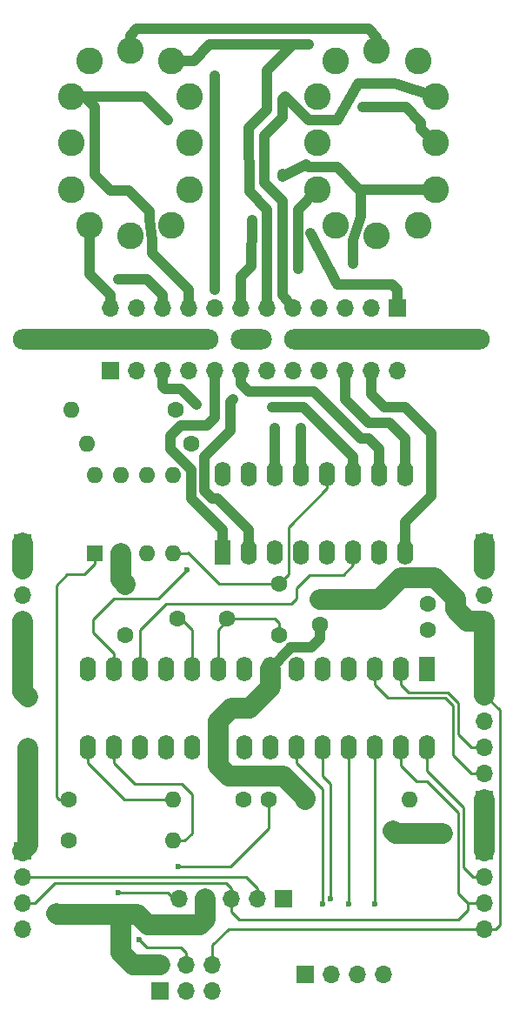
<source format=gtl>
G04 #@! TF.FileFunction,Copper,L1,Top,Signal*
%FSLAX46Y46*%
G04 Gerber Fmt 4.6, Leading zero omitted, Abs format (unit mm)*
G04 Created by KiCad (PCBNEW 4.0.7) date 10/16/17 21:23:38*
%MOMM*%
%LPD*%
G01*
G04 APERTURE LIST*
%ADD10C,0.100000*%
%ADD11R,1.600000X1.600000*%
%ADD12O,1.600000X1.600000*%
%ADD13C,1.600000*%
%ADD14R,1.700000X1.700000*%
%ADD15O,1.700000X1.700000*%
%ADD16R,1.600000X2.400000*%
%ADD17O,1.600000X2.400000*%
%ADD18C,2.600000*%
%ADD19O,20.000000X2.000000*%
%ADD20O,4.000000X2.000000*%
%ADD21C,0.600000*%
%ADD22C,1.000000*%
%ADD23C,2.000000*%
%ADD24C,0.250000*%
G04 APERTURE END LIST*
D10*
D11*
X143556000Y-98090000D03*
D12*
X151176000Y-90470000D03*
X146096000Y-98090000D03*
X148636000Y-90470000D03*
X148636000Y-98090000D03*
X146096000Y-90470000D03*
X151176000Y-98090000D03*
X143556000Y-90470000D03*
D13*
X165500000Y-105000000D03*
X165500000Y-102500000D03*
X176000000Y-103000000D03*
X176000000Y-105500000D03*
X137000000Y-117000000D03*
X137000000Y-112000000D03*
X158000000Y-122000000D03*
X160500000Y-122000000D03*
X161500000Y-101000000D03*
X161500000Y-106000000D03*
X146500000Y-101000000D03*
X146500000Y-106000000D03*
D14*
X181500000Y-127000000D03*
D15*
X181500000Y-129540000D03*
X181500000Y-132080000D03*
X181500000Y-134620000D03*
D14*
X181500000Y-122000000D03*
D15*
X181500000Y-119460000D03*
X181500000Y-116920000D03*
X181500000Y-114380000D03*
X181500000Y-111840000D03*
D14*
X136500000Y-127000000D03*
D15*
X136500000Y-129540000D03*
X136500000Y-132080000D03*
X136500000Y-134620000D03*
D14*
X149906000Y-140635000D03*
D15*
X149906000Y-138095000D03*
X152446000Y-140635000D03*
X152446000Y-138095000D03*
X154986000Y-140635000D03*
X154986000Y-138095000D03*
D14*
X164000000Y-139000000D03*
D15*
X166540000Y-139000000D03*
X169080000Y-139000000D03*
X171620000Y-139000000D03*
D14*
X181500000Y-97000000D03*
D15*
X181500000Y-99540000D03*
X181500000Y-102080000D03*
X181500000Y-104620000D03*
X181500000Y-107160000D03*
D14*
X136500000Y-97000000D03*
D15*
X136500000Y-99540000D03*
X136500000Y-102080000D03*
X136500000Y-104620000D03*
X136500000Y-107160000D03*
D13*
X164000000Y-122000000D03*
D12*
X174160000Y-122000000D03*
D13*
X141000000Y-122000000D03*
D12*
X151160000Y-122000000D03*
D13*
X151430000Y-84120000D03*
D12*
X141270000Y-84120000D03*
D13*
X141000000Y-126000000D03*
D12*
X151160000Y-126000000D03*
D13*
X152954000Y-87422000D03*
D12*
X142794000Y-87422000D03*
D16*
X175846000Y-109298000D03*
D17*
X142826000Y-116918000D03*
X173306000Y-109298000D03*
X145366000Y-116918000D03*
X170766000Y-109298000D03*
X147906000Y-116918000D03*
X168226000Y-109298000D03*
X150446000Y-116918000D03*
X165686000Y-109298000D03*
X152986000Y-116918000D03*
X163146000Y-109298000D03*
X155526000Y-116918000D03*
X160606000Y-109298000D03*
X158066000Y-116918000D03*
X158066000Y-109298000D03*
X160606000Y-116918000D03*
X155526000Y-109298000D03*
X163146000Y-116918000D03*
X152986000Y-109298000D03*
X165686000Y-116918000D03*
X150446000Y-109298000D03*
X168226000Y-116918000D03*
X147906000Y-109298000D03*
X170766000Y-116918000D03*
X145366000Y-109298000D03*
X173306000Y-116918000D03*
X142826000Y-109298000D03*
X175846000Y-116918000D03*
D16*
X156000000Y-98000000D03*
D17*
X173780000Y-90380000D03*
X158540000Y-98000000D03*
X171240000Y-90380000D03*
X161080000Y-98000000D03*
X168700000Y-90380000D03*
X163620000Y-98000000D03*
X166160000Y-90380000D03*
X166160000Y-98000000D03*
X163620000Y-90380000D03*
X168700000Y-98000000D03*
X161080000Y-90380000D03*
X171240000Y-98000000D03*
X158540000Y-90380000D03*
X173780000Y-98000000D03*
X156000000Y-90380000D03*
D18*
X147000000Y-67126000D03*
X143000000Y-66126000D03*
X141250000Y-62626000D03*
X141250000Y-58126000D03*
X141250000Y-53626000D03*
X143000000Y-50126000D03*
X147000000Y-49126000D03*
X151000000Y-50126000D03*
X152750000Y-53626000D03*
X152750000Y-58126000D03*
X152750000Y-62626000D03*
X151000000Y-66126000D03*
X171000000Y-67126000D03*
X167000000Y-66126000D03*
X165250000Y-62626000D03*
X165250000Y-58126000D03*
X165250000Y-53626000D03*
X167000000Y-50126000D03*
X171000000Y-49126000D03*
X175000000Y-50126000D03*
X176750000Y-53626000D03*
X176750000Y-58126000D03*
X176750000Y-62626000D03*
X175000000Y-66126000D03*
D13*
X151600000Y-104400000D03*
X156400000Y-104400000D03*
D14*
X161876000Y-131650000D03*
D15*
X159336000Y-131650000D03*
X156796000Y-131650000D03*
X154256000Y-131650000D03*
X151716000Y-131650000D03*
D14*
X145080000Y-80310000D03*
D15*
X147620000Y-80310000D03*
X150160000Y-80310000D03*
X152700000Y-80310000D03*
X155240000Y-80310000D03*
X157780000Y-80310000D03*
X160320000Y-80310000D03*
X162860000Y-80310000D03*
X165400000Y-80310000D03*
X167940000Y-80310000D03*
X170480000Y-80310000D03*
X173020000Y-80310000D03*
D14*
X173020000Y-74214000D03*
D15*
X170480000Y-74214000D03*
X167940000Y-74214000D03*
X165400000Y-74214000D03*
X162860000Y-74214000D03*
X160320000Y-74214000D03*
X157780000Y-74214000D03*
X155240000Y-74214000D03*
X152700000Y-74214000D03*
X150160000Y-74214000D03*
X147620000Y-74214000D03*
X145080000Y-74214000D03*
D19*
X145588000Y-77262000D03*
X172004000Y-77262000D03*
D20*
X158796000Y-77262000D03*
D21*
X139778000Y-133080000D03*
X177370000Y-125300000D03*
X172544000Y-125046000D03*
X151684000Y-128570000D03*
X145842000Y-131110000D03*
X147874000Y-135682000D03*
X165686000Y-132158000D03*
X166448000Y-131650000D03*
X168226000Y-132158000D03*
X170766000Y-132158000D03*
X152478000Y-99646000D03*
X153462000Y-83612000D03*
X157018000Y-83104000D03*
X160828000Y-83866000D03*
X161082000Y-85898000D03*
X163622000Y-85898000D03*
X164576000Y-66868000D03*
X168702000Y-69896000D03*
X161826000Y-61118000D03*
X169576000Y-54618000D03*
X162098000Y-53640000D03*
X164384000Y-48560000D03*
X158826000Y-65618000D03*
X155240000Y-72436000D03*
X155240000Y-51608000D03*
X150668000Y-55926000D03*
X145842000Y-71420000D03*
X163326000Y-70368000D03*
D22*
X164130000Y-107234000D02*
X164638000Y-107234000D01*
X164130000Y-107234000D02*
X162606000Y-107234000D01*
X160606000Y-109298000D02*
X162606000Y-107298000D01*
X162606000Y-107234000D02*
X162606000Y-107298000D01*
X164638000Y-107234000D02*
X165500000Y-106372000D01*
X165500000Y-105000000D02*
X165500000Y-106372000D01*
D23*
X139872000Y-133174000D02*
X146318000Y-133174000D01*
X139778000Y-133080000D02*
X139872000Y-133174000D01*
X147652000Y-133174000D02*
X146318000Y-133174000D01*
X148668000Y-134190000D02*
X147652000Y-133174000D01*
X153748000Y-134190000D02*
X148668000Y-134190000D01*
X154256000Y-133682000D02*
X153748000Y-134190000D01*
X154256000Y-131650000D02*
X154256000Y-133682000D01*
X147239000Y-138095000D02*
X146096000Y-136952000D01*
X147239000Y-138095000D02*
X149906000Y-138095000D01*
X146096000Y-133396000D02*
X146096000Y-136952000D01*
X146318000Y-133174000D02*
X146096000Y-133396000D01*
X172798000Y-125300000D02*
X177370000Y-125300000D01*
X172544000Y-125046000D02*
X172798000Y-125300000D01*
X181500000Y-122000000D02*
X181500000Y-127000000D01*
X137000000Y-117000000D02*
X137000000Y-126500000D01*
X137000000Y-126500000D02*
X136500000Y-127000000D01*
X164000000Y-122000000D02*
X164000000Y-121836000D01*
X164000000Y-121836000D02*
X161876000Y-119712000D01*
X161876000Y-119712000D02*
X156542000Y-119712000D01*
X156542000Y-119712000D02*
X155526000Y-118696000D01*
X155526000Y-118696000D02*
X155526000Y-116918000D01*
X160606000Y-109298000D02*
X160606000Y-111076000D01*
X155526000Y-114378000D02*
X155526000Y-116918000D01*
X156796000Y-113108000D02*
X155526000Y-114378000D01*
X158574000Y-113108000D02*
X156796000Y-113108000D01*
X160606000Y-111076000D02*
X158574000Y-113108000D01*
D24*
X160500000Y-122000000D02*
X160500000Y-124834000D01*
X156764000Y-128570000D02*
X151684000Y-128570000D01*
X160500000Y-124834000D02*
X156764000Y-128570000D01*
X150668000Y-131110000D02*
X151208000Y-131650000D01*
X145842000Y-131110000D02*
X150668000Y-131110000D01*
X151208000Y-131650000D02*
X151716000Y-131650000D01*
X154986000Y-138095000D02*
X154986000Y-136190000D01*
X154986000Y-136190000D02*
X156556000Y-134620000D01*
X156556000Y-134620000D02*
X157382000Y-134620000D01*
X157382000Y-134620000D02*
X181500000Y-134620000D01*
X152700000Y-98090000D02*
X151176000Y-98090000D01*
D23*
X146096000Y-98090000D02*
X146096000Y-100596000D01*
X146096000Y-100596000D02*
X146500000Y-101000000D01*
D24*
X166160000Y-90380000D02*
X166160000Y-91738000D01*
X162384000Y-100116000D02*
X161500000Y-101000000D01*
X162384000Y-95514000D02*
X162384000Y-100116000D01*
X166160000Y-91738000D02*
X162384000Y-95514000D01*
D23*
X165500000Y-102500000D02*
X171214000Y-102500000D01*
X179804000Y-104620000D02*
X181500000Y-104620000D01*
X178640000Y-103456000D02*
X179804000Y-104620000D01*
X178640000Y-102440000D02*
X178640000Y-103456000D01*
X176608000Y-100408000D02*
X178640000Y-102440000D01*
X173306000Y-100408000D02*
X176608000Y-100408000D01*
X171214000Y-102500000D02*
X173306000Y-100408000D01*
D24*
X155610000Y-101000000D02*
X161500000Y-101000000D01*
X152610000Y-98000000D02*
X152700000Y-98090000D01*
X152700000Y-98090000D02*
X155610000Y-101000000D01*
D23*
X146500000Y-101114998D02*
X146500000Y-101000000D01*
X136500000Y-107160000D02*
X136500000Y-104620000D01*
X181500000Y-107160000D02*
X181500000Y-111840000D01*
X181500000Y-104620000D02*
X181500000Y-107160000D01*
D24*
X181500000Y-134620000D02*
X182528000Y-134620000D01*
X182528000Y-134620000D02*
X182958000Y-134190000D01*
X182958000Y-134190000D02*
X182958000Y-113298000D01*
X182958000Y-113298000D02*
X181500000Y-111840000D01*
D23*
X136500000Y-107160000D02*
X136500000Y-111500000D01*
X136500000Y-111500000D02*
X137000000Y-112000000D01*
D24*
X156400000Y-104400000D02*
X161042000Y-104400000D01*
X161500000Y-104858000D02*
X161500000Y-106000000D01*
X161042000Y-104400000D02*
X161500000Y-104858000D01*
X156400000Y-104400000D02*
X156400000Y-104614000D01*
X156400000Y-104614000D02*
X155526000Y-105488000D01*
X155526000Y-105488000D02*
X155526000Y-109298000D01*
X151600000Y-104400000D02*
X151898000Y-104400000D01*
X151898000Y-104400000D02*
X152986000Y-105488000D01*
X152986000Y-105488000D02*
X152986000Y-109298000D01*
X136500000Y-129540000D02*
X158242000Y-129540000D01*
X159336000Y-130634000D02*
X159336000Y-131650000D01*
X158242000Y-129540000D02*
X159336000Y-130634000D01*
X175846000Y-116918000D02*
X175846000Y-119204000D01*
X180340000Y-129540000D02*
X181500000Y-129540000D01*
X179402000Y-128602000D02*
X180340000Y-129540000D01*
X179402000Y-122760000D02*
X179402000Y-128602000D01*
X175846000Y-119204000D02*
X179402000Y-122760000D01*
X136500000Y-132080000D02*
X137668000Y-132080000D01*
X156796000Y-130634000D02*
X156796000Y-131650000D01*
X156288000Y-130126000D02*
X156796000Y-130634000D01*
X139622000Y-130126000D02*
X156288000Y-130126000D01*
X137668000Y-132080000D02*
X139622000Y-130126000D01*
X156796000Y-131650000D02*
X156796000Y-132920000D01*
X179832000Y-132744000D02*
X179832000Y-132080000D01*
X178894000Y-133682000D02*
X179832000Y-132744000D01*
X157558000Y-133682000D02*
X178894000Y-133682000D01*
X156796000Y-132920000D02*
X157558000Y-133682000D01*
X173306000Y-116918000D02*
X173306000Y-118696000D01*
X179832000Y-132080000D02*
X181500000Y-132080000D01*
X178894000Y-131142000D02*
X179832000Y-132080000D01*
X178894000Y-123268000D02*
X178894000Y-131142000D01*
X175846000Y-120220000D02*
X178894000Y-123268000D01*
X174830000Y-120220000D02*
X175846000Y-120220000D01*
X173306000Y-118696000D02*
X174830000Y-120220000D01*
X181500000Y-119460000D02*
X180166000Y-119460000D01*
X170766000Y-110822000D02*
X170766000Y-109298000D01*
X172036000Y-112092000D02*
X170766000Y-110822000D01*
X177624000Y-112092000D02*
X172036000Y-112092000D01*
X178386000Y-112854000D02*
X177624000Y-112092000D01*
X178386000Y-117680000D02*
X178386000Y-112854000D01*
X180166000Y-119460000D02*
X178386000Y-117680000D01*
X181500000Y-116920000D02*
X180166000Y-116920000D01*
X173306000Y-110822000D02*
X173306000Y-109298000D01*
X174068000Y-111584000D02*
X173306000Y-110822000D01*
X177878000Y-111584000D02*
X174068000Y-111584000D01*
X178894000Y-112600000D02*
X177878000Y-111584000D01*
X178894000Y-115648000D02*
X178894000Y-112600000D01*
X180166000Y-116920000D02*
X178894000Y-115648000D01*
X152446000Y-136952000D02*
X152446000Y-138095000D01*
X151938000Y-136444000D02*
X152446000Y-136952000D01*
X148636000Y-136444000D02*
X151938000Y-136444000D01*
X147874000Y-135682000D02*
X148636000Y-136444000D01*
X163146000Y-116918000D02*
X163146000Y-118442000D01*
X165686000Y-120982000D02*
X165686000Y-132158000D01*
X163146000Y-118442000D02*
X165686000Y-120982000D01*
X165686000Y-116918000D02*
X165686000Y-119712000D01*
X166448000Y-120474000D02*
X166448000Y-131650000D01*
X165686000Y-119712000D02*
X166448000Y-120474000D01*
X168226000Y-116918000D02*
X168226000Y-132158000D01*
X170766000Y-116918000D02*
X170766000Y-132158000D01*
D23*
X136500000Y-97000000D02*
X136500000Y-99540000D01*
X181500000Y-97000000D02*
X181500000Y-99540000D01*
D24*
X143556000Y-98090000D02*
X143556000Y-99106000D01*
X140034000Y-122000000D02*
X139778000Y-121744000D01*
X139778000Y-121744000D02*
X139778000Y-101170000D01*
X140034000Y-122000000D02*
X141000000Y-122000000D01*
X140826000Y-100122000D02*
X139778000Y-101170000D01*
X142540000Y-100122000D02*
X140826000Y-100122000D01*
X143556000Y-99106000D02*
X142540000Y-100122000D01*
X142826000Y-116918000D02*
X142826000Y-118442000D01*
X146384000Y-122000000D02*
X151160000Y-122000000D01*
X142826000Y-118442000D02*
X146384000Y-122000000D01*
X152986000Y-124538000D02*
X152986000Y-125300000D01*
X145366000Y-118442000D02*
X147398000Y-120474000D01*
X147398000Y-120474000D02*
X151970000Y-120474000D01*
X151970000Y-120474000D02*
X152986000Y-121490000D01*
X152986000Y-121490000D02*
X152986000Y-124538000D01*
X145366000Y-116918000D02*
X145366000Y-118442000D01*
X152286000Y-126000000D02*
X151160000Y-126000000D01*
X152986000Y-125300000D02*
X152286000Y-126000000D01*
X147906000Y-109298000D02*
X147906000Y-105488000D01*
X167718000Y-100154000D02*
X164416000Y-100154000D01*
X164416000Y-100154000D02*
X163146000Y-101424000D01*
X163146000Y-101424000D02*
X163146000Y-102440000D01*
X163146000Y-102440000D02*
X162638000Y-102948000D01*
X162638000Y-102948000D02*
X150446000Y-102948000D01*
X150446000Y-102948000D02*
X149938000Y-103456000D01*
X167718000Y-100154000D02*
X168700000Y-99172000D01*
X147906000Y-105488000D02*
X149938000Y-103456000D01*
X168700000Y-98000000D02*
X168700000Y-99172000D01*
X149176000Y-102440000D02*
X149684000Y-102440000D01*
X149176000Y-102440000D02*
X145366000Y-102440000D01*
X145366000Y-102440000D02*
X143334000Y-104472000D01*
X143334000Y-104472000D02*
X143334000Y-105742000D01*
X143334000Y-105742000D02*
X145366000Y-107774000D01*
X145366000Y-109298000D02*
X145366000Y-107774000D01*
X149684000Y-102440000D02*
X152478000Y-99646000D01*
D22*
X150160000Y-81834000D02*
X150160000Y-80310000D01*
X150414000Y-82088000D02*
X150160000Y-81834000D01*
X151938000Y-82088000D02*
X150414000Y-82088000D01*
X153462000Y-83612000D02*
X151938000Y-82088000D01*
X155240000Y-87676000D02*
X156764000Y-86152000D01*
X158540000Y-95806000D02*
X155490000Y-92756000D01*
X155490000Y-92756000D02*
X154986000Y-92756000D01*
X154986000Y-92756000D02*
X154224000Y-91994000D01*
X154224000Y-91994000D02*
X154224000Y-88692000D01*
X154224000Y-88692000D02*
X155240000Y-87676000D01*
X158540000Y-98000000D02*
X158540000Y-95806000D01*
X156764000Y-83358000D02*
X157018000Y-83104000D01*
X156764000Y-86152000D02*
X156764000Y-83358000D01*
X154732000Y-85390000D02*
X155240000Y-84882000D01*
X150922000Y-86660000D02*
X151938000Y-85644000D01*
X151938000Y-85644000D02*
X154224000Y-85644000D01*
X156000000Y-98000000D02*
X156000000Y-95802000D01*
X152954000Y-89962000D02*
X150922000Y-87930000D01*
X152954000Y-92756000D02*
X152954000Y-89962000D01*
X156000000Y-95802000D02*
X152954000Y-92756000D01*
X150922000Y-87930000D02*
X150922000Y-86660000D01*
X154478000Y-85644000D02*
X154732000Y-85390000D01*
X154224000Y-85644000D02*
X154478000Y-85644000D01*
X155240000Y-84882000D02*
X155240000Y-80310000D01*
X171240000Y-90380000D02*
X171240000Y-87928000D01*
X157780000Y-81580000D02*
X157780000Y-80310000D01*
X158542000Y-82342000D02*
X157780000Y-81580000D01*
X164892000Y-82342000D02*
X158542000Y-82342000D01*
X169464000Y-86914000D02*
X164892000Y-82342000D01*
X170226000Y-86914000D02*
X169464000Y-86914000D01*
X171240000Y-87928000D02*
X170226000Y-86914000D01*
X168700000Y-90380000D02*
X168700000Y-88690000D01*
X163876000Y-83866000D02*
X160828000Y-83866000D01*
X168700000Y-88690000D02*
X163876000Y-83866000D01*
X161080000Y-90380000D02*
X161080000Y-85900000D01*
X161080000Y-85900000D02*
X161082000Y-85898000D01*
X163620000Y-90380000D02*
X163620000Y-85900000D01*
X163620000Y-85900000D02*
X163622000Y-85898000D01*
X173780000Y-90380000D02*
X173780000Y-86912000D01*
X167940000Y-83104000D02*
X167940000Y-80310000D01*
X170226000Y-85390000D02*
X167940000Y-83104000D01*
X172258000Y-85390000D02*
X170226000Y-85390000D01*
X173780000Y-86912000D02*
X172258000Y-85390000D01*
X173780000Y-98000000D02*
X173780000Y-95044000D01*
X170480000Y-82596000D02*
X170480000Y-80310000D01*
X171750000Y-83866000D02*
X170480000Y-82596000D01*
X173782000Y-83866000D02*
X171750000Y-83866000D01*
X176322000Y-86406000D02*
X173782000Y-83866000D01*
X176322000Y-92502000D02*
X176322000Y-86406000D01*
X173780000Y-95044000D02*
X176322000Y-92502000D01*
X173020000Y-72436000D02*
X172512000Y-71928000D01*
X167178000Y-71928000D02*
X164576000Y-66868000D01*
X172512000Y-71928000D02*
X167178000Y-71928000D01*
X173020000Y-72436000D02*
X173020000Y-74214000D01*
X169464000Y-65324000D02*
X169464000Y-62626000D01*
X168702000Y-67610000D02*
X169464000Y-65324000D01*
X168702000Y-69896000D02*
X168702000Y-67610000D01*
X169306000Y-62626000D02*
X169464000Y-62626000D01*
X169464000Y-62626000D02*
X176750000Y-62626000D01*
X167178000Y-60498000D02*
X169306000Y-62626000D01*
X164384000Y-60498000D02*
X167178000Y-60498000D01*
X164130000Y-60244000D02*
X164384000Y-60498000D01*
X161826000Y-61372000D02*
X164130000Y-60244000D01*
X161826000Y-61118000D02*
X161826000Y-61372000D01*
X175326000Y-56702000D02*
X176750000Y-58126000D01*
X175326000Y-56118000D02*
X175326000Y-56702000D01*
X173826000Y-54618000D02*
X175326000Y-56118000D01*
X169576000Y-54618000D02*
X173826000Y-54618000D01*
X161826000Y-65868000D02*
X161844000Y-63800000D01*
X161844000Y-63800000D02*
X160066000Y-62022000D01*
X160066000Y-62022000D02*
X160066000Y-57450000D01*
X160066000Y-57450000D02*
X161844000Y-55672000D01*
X161844000Y-55672000D02*
X161844000Y-53894000D01*
X161844000Y-72944000D02*
X161844000Y-70404000D01*
X161844000Y-70404000D02*
X161826000Y-65868000D01*
X162860000Y-74214000D02*
X161844000Y-72944000D01*
X161844000Y-53894000D02*
X162098000Y-53640000D01*
X169210000Y-52370000D02*
X172766000Y-52370000D01*
X172766000Y-52370000D02*
X176750000Y-53626000D01*
X167178000Y-55926000D02*
X169210000Y-52370000D01*
X164384000Y-55926000D02*
X167178000Y-55926000D01*
X162098000Y-53640000D02*
X164384000Y-55926000D01*
X160320000Y-74214000D02*
X160326000Y-64618000D01*
X160326000Y-64618000D02*
X158576000Y-62868000D01*
X158576000Y-62868000D02*
X158542000Y-56688000D01*
X158542000Y-56688000D02*
X160320000Y-54910000D01*
X160320000Y-54910000D02*
X160320000Y-51100000D01*
X160320000Y-51100000D02*
X162860000Y-48560000D01*
X151000000Y-50126000D02*
X153166000Y-50126000D01*
X154732000Y-48560000D02*
X162860000Y-48560000D01*
X162860000Y-48560000D02*
X164384000Y-48560000D01*
X153166000Y-50126000D02*
X154732000Y-48560000D01*
X157780000Y-71166000D02*
X158796000Y-70150000D01*
X158796000Y-70150000D02*
X158826000Y-65618000D01*
X157780000Y-74214000D02*
X157780000Y-71166000D01*
X147000000Y-49126000D02*
X147000000Y-47656000D01*
X171000000Y-47810000D02*
X171000000Y-49126000D01*
X170226000Y-47036000D02*
X171000000Y-47810000D01*
X147620000Y-47036000D02*
X170226000Y-47036000D01*
X147000000Y-47656000D02*
X147620000Y-47036000D01*
X155240000Y-72436000D02*
X155240000Y-51608000D01*
X141250000Y-53626000D02*
X148368000Y-53626000D01*
X148368000Y-53626000D02*
X150668000Y-55926000D01*
X148890000Y-65578000D02*
X148890000Y-64816000D01*
X152700000Y-74214000D02*
X152700000Y-72436000D01*
X149144000Y-68880000D02*
X149144000Y-67610000D01*
X152700000Y-72436000D02*
X149144000Y-68880000D01*
X148890000Y-65578000D02*
X149144000Y-67610000D01*
X143556000Y-54656000D02*
X142526000Y-53626000D01*
X143556000Y-61260000D02*
X143556000Y-54656000D01*
X145080000Y-62784000D02*
X143556000Y-61260000D01*
X146858000Y-62784000D02*
X145080000Y-62784000D01*
X148890000Y-64816000D02*
X146858000Y-62784000D01*
X142526000Y-53626000D02*
X141250000Y-53626000D01*
X150160000Y-74214000D02*
X150160000Y-72944000D01*
X148636000Y-71420000D02*
X145842000Y-71420000D01*
X150160000Y-72944000D02*
X148636000Y-71420000D01*
X165250000Y-62626000D02*
X163326000Y-64618000D01*
X163326000Y-70368000D02*
X163326000Y-67868000D01*
X163326000Y-67868000D02*
X163326000Y-64618000D01*
X145080000Y-74214000D02*
X145080000Y-72944000D01*
X143000000Y-70864000D02*
X143000000Y-66126000D01*
X145080000Y-72944000D02*
X143000000Y-70864000D01*
M02*

</source>
